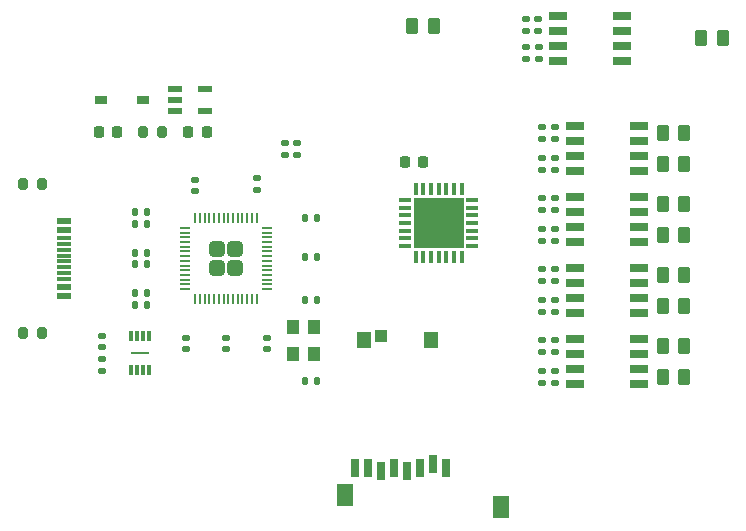
<source format=gtp>
%TF.GenerationSoftware,KiCad,Pcbnew,7.0.10*%
%TF.CreationDate,2024-06-27T09:55:28+02:00*%
%TF.ProjectId,SolarCurveTracer,536f6c61-7243-4757-9276-655472616365,v1.1*%
%TF.SameCoordinates,Original*%
%TF.FileFunction,Paste,Top*%
%TF.FilePolarity,Positive*%
%FSLAX46Y46*%
G04 Gerber Fmt 4.6, Leading zero omitted, Abs format (unit mm)*
G04 Created by KiCad (PCBNEW 7.0.10) date 2024-06-27 09:55:28*
%MOMM*%
%LPD*%
G01*
G04 APERTURE LIST*
G04 Aperture macros list*
%AMRoundRect*
0 Rectangle with rounded corners*
0 $1 Rounding radius*
0 $2 $3 $4 $5 $6 $7 $8 $9 X,Y pos of 4 corners*
0 Add a 4 corners polygon primitive as box body*
4,1,4,$2,$3,$4,$5,$6,$7,$8,$9,$2,$3,0*
0 Add four circle primitives for the rounded corners*
1,1,$1+$1,$2,$3*
1,1,$1+$1,$4,$5*
1,1,$1+$1,$6,$7*
1,1,$1+$1,$8,$9*
0 Add four rect primitives between the rounded corners*
20,1,$1+$1,$2,$3,$4,$5,0*
20,1,$1+$1,$4,$5,$6,$7,0*
20,1,$1+$1,$6,$7,$8,$9,0*
20,1,$1+$1,$8,$9,$2,$3,0*%
G04 Aperture macros list end*
%ADD10RoundRect,0.140000X-0.140000X-0.170000X0.140000X-0.170000X0.140000X0.170000X-0.140000X0.170000X0*%
%ADD11RoundRect,0.135000X0.185000X-0.135000X0.185000X0.135000X-0.185000X0.135000X-0.185000X-0.135000X0*%
%ADD12RoundRect,0.250000X-0.262500X-0.450000X0.262500X-0.450000X0.262500X0.450000X-0.262500X0.450000X0*%
%ADD13RoundRect,0.225000X0.225000X0.250000X-0.225000X0.250000X-0.225000X-0.250000X0.225000X-0.250000X0*%
%ADD14R,1.400000X1.900000*%
%ADD15R,1.200000X1.400000*%
%ADD16R,1.300000X1.400000*%
%ADD17R,0.800000X1.500000*%
%ADD18R,1.000000X1.040000*%
%ADD19R,1.050000X0.750000*%
%ADD20R,0.300000X0.900000*%
%ADD21R,1.650000X0.250000*%
%ADD22R,1.525000X0.700000*%
%ADD23RoundRect,0.140000X0.170000X-0.140000X0.170000X0.140000X-0.170000X0.140000X-0.170000X-0.140000X0*%
%ADD24RoundRect,0.135000X-0.185000X0.135000X-0.185000X-0.135000X0.185000X-0.135000X0.185000X0.135000X0*%
%ADD25RoundRect,0.140000X-0.170000X0.140000X-0.170000X-0.140000X0.170000X-0.140000X0.170000X0.140000X0*%
%ADD26R,1.200000X0.600000*%
%ADD27RoundRect,0.135000X0.135000X0.185000X-0.135000X0.185000X-0.135000X-0.185000X0.135000X-0.185000X0*%
%ADD28R,1.150000X0.600000*%
%ADD29R,1.150000X0.300000*%
%ADD30RoundRect,0.140000X0.140000X0.170000X-0.140000X0.170000X-0.140000X-0.170000X0.140000X-0.170000X0*%
%ADD31RoundRect,0.200000X-0.200000X-0.275000X0.200000X-0.275000X0.200000X0.275000X-0.200000X0.275000X0*%
%ADD32R,0.350000X1.050000*%
%ADD33R,1.050000X0.350000*%
%ADD34R,4.200000X4.200000*%
%ADD35R,1.050000X1.300000*%
%ADD36RoundRect,0.249999X0.395001X-0.395001X0.395001X0.395001X-0.395001X0.395001X-0.395001X-0.395001X0*%
%ADD37RoundRect,0.050000X0.050000X-0.387500X0.050000X0.387500X-0.050000X0.387500X-0.050000X-0.387500X0*%
%ADD38RoundRect,0.050000X0.387500X-0.050000X0.387500X0.050000X-0.387500X0.050000X-0.387500X-0.050000X0*%
%ADD39RoundRect,0.135000X-0.135000X-0.185000X0.135000X-0.185000X0.135000X0.185000X-0.135000X0.185000X0*%
%ADD40RoundRect,0.200000X0.200000X0.275000X-0.200000X0.275000X-0.200000X-0.275000X0.200000X-0.275000X0*%
G04 APERTURE END LIST*
D10*
X137220000Y-99100000D03*
X138180000Y-99100000D03*
D11*
X158400000Y-92410000D03*
X158400000Y-91390000D03*
D12*
X146287500Y-82800000D03*
X148112500Y-82800000D03*
D13*
X147175000Y-94300000D03*
X145625000Y-94300000D03*
D14*
X140610000Y-122550000D03*
X153760000Y-123550000D03*
D15*
X142150000Y-109400000D03*
D16*
X147900000Y-109400000D03*
D17*
X149090000Y-120260000D03*
X147990000Y-119860000D03*
X146890000Y-120260000D03*
X145790000Y-120460000D03*
X144690000Y-120260000D03*
X143590000Y-120460000D03*
X142490000Y-120260000D03*
X141390000Y-120260000D03*
D18*
X143600000Y-109030000D03*
D11*
X157300000Y-113010000D03*
X157300000Y-111990000D03*
D19*
X123500000Y-89100000D03*
X119900000Y-89100000D03*
D20*
X122500000Y-111900000D03*
X123000000Y-111900000D03*
X123500000Y-111900000D03*
X124000000Y-111900000D03*
X124000000Y-109100000D03*
X123500000Y-109100000D03*
X123000000Y-109100000D03*
X122500000Y-109100000D03*
D21*
X123250000Y-110500000D03*
D11*
X135500000Y-93710000D03*
X135500000Y-92690000D03*
D22*
X160088000Y-97295000D03*
X160088000Y-98565000D03*
X160088000Y-99835000D03*
X160088000Y-101105000D03*
X165512000Y-101105000D03*
X165512000Y-99835000D03*
X165512000Y-98565000D03*
X165512000Y-97295000D03*
D12*
X167487500Y-112500000D03*
X169312500Y-112500000D03*
D22*
X160088000Y-91295000D03*
X160088000Y-92565000D03*
X160088000Y-93835000D03*
X160088000Y-95105000D03*
X165512000Y-95105000D03*
X165512000Y-93835000D03*
X165512000Y-92565000D03*
X165512000Y-91295000D03*
D11*
X157300000Y-98410000D03*
X157300000Y-97390000D03*
D12*
X167487500Y-100500000D03*
X169312500Y-100500000D03*
D23*
X127900000Y-96780000D03*
X127900000Y-95820000D03*
D11*
X158400000Y-95010000D03*
X158400000Y-93990000D03*
X158400000Y-101010000D03*
X158400000Y-99990000D03*
D24*
X155900000Y-84590000D03*
X155900000Y-85610000D03*
D25*
X134000000Y-109220000D03*
X134000000Y-110180000D03*
D12*
X170737500Y-83850000D03*
X172562500Y-83850000D03*
D22*
X160088000Y-103295000D03*
X160088000Y-104565000D03*
X160088000Y-105835000D03*
X160088000Y-107105000D03*
X165512000Y-107105000D03*
X165512000Y-105835000D03*
X165512000Y-104565000D03*
X165512000Y-103295000D03*
D26*
X126200000Y-88150000D03*
X126200000Y-89100000D03*
X126200000Y-90050000D03*
X128700000Y-90050000D03*
X128700000Y-88150000D03*
D27*
X123810000Y-102000000D03*
X122790000Y-102000000D03*
D28*
X116755000Y-99300000D03*
X116755000Y-100100000D03*
D29*
X116755000Y-101250000D03*
X116755000Y-102250000D03*
X116755000Y-102750000D03*
X116755000Y-103750000D03*
D28*
X116755000Y-105700000D03*
X116755000Y-104900000D03*
D29*
X116755000Y-104250000D03*
X116755000Y-103250000D03*
X116755000Y-101750000D03*
X116755000Y-100750000D03*
D12*
X167487500Y-91900000D03*
X169312500Y-91900000D03*
D11*
X158400000Y-113010000D03*
X158400000Y-111990000D03*
X157300000Y-110410000D03*
X157300000Y-109390000D03*
D12*
X167487500Y-94500000D03*
X169312500Y-94500000D03*
D30*
X123780000Y-99600000D03*
X122820000Y-99600000D03*
D31*
X113275000Y-96200000D03*
X114925000Y-96200000D03*
D12*
X167487500Y-106500000D03*
X169312500Y-106500000D03*
D25*
X130500000Y-109220000D03*
X130500000Y-110180000D03*
D30*
X123780000Y-105400000D03*
X122820000Y-105400000D03*
D22*
X160088000Y-109295000D03*
X160088000Y-110565000D03*
X160088000Y-111835000D03*
X160088000Y-113105000D03*
X165512000Y-113105000D03*
X165512000Y-111835000D03*
X165512000Y-110565000D03*
X165512000Y-109295000D03*
D32*
X150450000Y-96650000D03*
X149800000Y-96650000D03*
X149150000Y-96650000D03*
X148500000Y-96650000D03*
X147850000Y-96650000D03*
X147200000Y-96650000D03*
X146550000Y-96650000D03*
D33*
X145650000Y-97550000D03*
X145650000Y-98200000D03*
X145650000Y-98850000D03*
X145650000Y-99500000D03*
X145650000Y-100150000D03*
X145650000Y-100800000D03*
X145650000Y-101450000D03*
D32*
X146550000Y-102350000D03*
X147200000Y-102350000D03*
X147850000Y-102350000D03*
X148500000Y-102350000D03*
X149150000Y-102350000D03*
X149800000Y-102350000D03*
X150450000Y-102350000D03*
D33*
X151350000Y-101450000D03*
X151350000Y-100800000D03*
X151350000Y-100150000D03*
X151350000Y-99500000D03*
X151350000Y-98850000D03*
X151350000Y-98200000D03*
X151350000Y-97550000D03*
D34*
X148500000Y-99500000D03*
D10*
X137220000Y-102400000D03*
X138180000Y-102400000D03*
D11*
X158400000Y-104410000D03*
X158400000Y-103390000D03*
D30*
X123780000Y-98600000D03*
X122820000Y-98600000D03*
D11*
X158400000Y-98410000D03*
X158400000Y-97390000D03*
X155900000Y-83210000D03*
X155900000Y-82190000D03*
X157300000Y-95010000D03*
X157300000Y-93990000D03*
X157300000Y-104410000D03*
X157300000Y-103390000D03*
D30*
X123780000Y-106400000D03*
X122820000Y-106400000D03*
D25*
X127100000Y-109220000D03*
X127100000Y-110180000D03*
D31*
X113275000Y-108800000D03*
X114925000Y-108800000D03*
D35*
X137950000Y-110600000D03*
X137950000Y-108300000D03*
X136200000Y-108300000D03*
X136200000Y-110600000D03*
D12*
X167487500Y-97900000D03*
X169312500Y-97900000D03*
D27*
X123810000Y-103000000D03*
X122790000Y-103000000D03*
D13*
X121275000Y-91800000D03*
X119725000Y-91800000D03*
D12*
X167487500Y-103900000D03*
X169312500Y-103900000D03*
D25*
X120000000Y-111040000D03*
X120000000Y-112000000D03*
D11*
X157300000Y-101010000D03*
X157300000Y-99990000D03*
X157300000Y-107010000D03*
X157300000Y-105990000D03*
X158400000Y-107010000D03*
X158400000Y-105990000D03*
D36*
X129700000Y-103300000D03*
X131300000Y-103300000D03*
X129700000Y-101700000D03*
X131300000Y-101700000D03*
D37*
X127900000Y-105937500D03*
X128300000Y-105937500D03*
X128700000Y-105937500D03*
X129100000Y-105937500D03*
X129500000Y-105937500D03*
X129900000Y-105937500D03*
X130300000Y-105937500D03*
X130700000Y-105937500D03*
X131100000Y-105937500D03*
X131500000Y-105937500D03*
X131900000Y-105937500D03*
X132300000Y-105937500D03*
X132700000Y-105937500D03*
X133100000Y-105937500D03*
D38*
X133937500Y-105100000D03*
X133937500Y-104700000D03*
X133937500Y-104300000D03*
X133937500Y-103900000D03*
X133937500Y-103500000D03*
X133937500Y-103100000D03*
X133937500Y-102700000D03*
X133937500Y-102300000D03*
X133937500Y-101900000D03*
X133937500Y-101500000D03*
X133937500Y-101100000D03*
X133937500Y-100700000D03*
X133937500Y-100300000D03*
X133937500Y-99900000D03*
D37*
X133100000Y-99062500D03*
X132700000Y-99062500D03*
X132300000Y-99062500D03*
X131900000Y-99062500D03*
X131500000Y-99062500D03*
X131100000Y-99062500D03*
X130700000Y-99062500D03*
X130300000Y-99062500D03*
X129900000Y-99062500D03*
X129500000Y-99062500D03*
X129100000Y-99062500D03*
X128700000Y-99062500D03*
X128300000Y-99062500D03*
X127900000Y-99062500D03*
D38*
X127062500Y-99900000D03*
X127062500Y-100300000D03*
X127062500Y-100700000D03*
X127062500Y-101100000D03*
X127062500Y-101500000D03*
X127062500Y-101900000D03*
X127062500Y-102300000D03*
X127062500Y-102700000D03*
X127062500Y-103100000D03*
X127062500Y-103500000D03*
X127062500Y-103900000D03*
X127062500Y-104300000D03*
X127062500Y-104700000D03*
X127062500Y-105100000D03*
D39*
X137190000Y-106000000D03*
X138210000Y-106000000D03*
D11*
X156900000Y-83210000D03*
X156900000Y-82190000D03*
D22*
X158588000Y-81995000D03*
X158588000Y-83265000D03*
X158588000Y-84535000D03*
X158588000Y-85805000D03*
X164012000Y-85805000D03*
X164012000Y-84535000D03*
X164012000Y-83265000D03*
X164012000Y-81995000D03*
D23*
X133100000Y-96680000D03*
X133100000Y-95720000D03*
D11*
X157300000Y-92410000D03*
X157300000Y-91390000D03*
D12*
X167487500Y-109900000D03*
X169312500Y-109900000D03*
D11*
X158400000Y-110410000D03*
X158400000Y-109390000D03*
D30*
X138180000Y-112900000D03*
X137220000Y-112900000D03*
D13*
X128875000Y-91800000D03*
X127325000Y-91800000D03*
D40*
X125125000Y-91800000D03*
X123475000Y-91800000D03*
D23*
X120000000Y-110000000D03*
X120000000Y-109040000D03*
D11*
X157000000Y-85610000D03*
X157000000Y-84590000D03*
X136500000Y-93710000D03*
X136500000Y-92690000D03*
M02*

</source>
